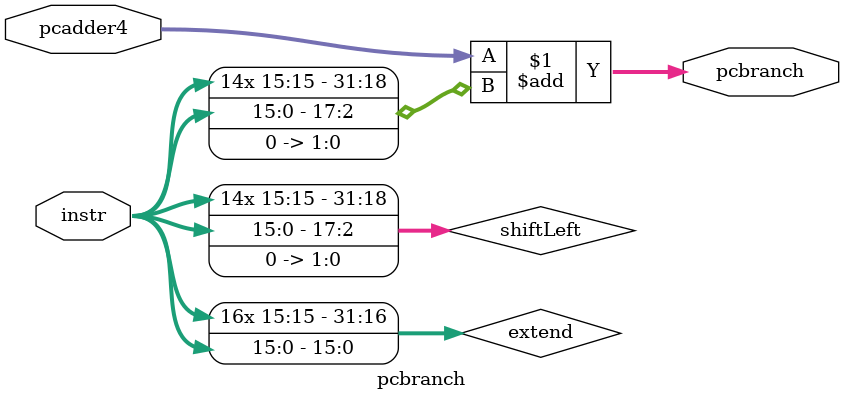
<source format=v>
module pcbranch #(
  parameter WIDTH = 32
)(
  input [15:0] instr,
  input [WIDTH-1:0] pcadder4,
  output [WIDTH-1:0] pcbranch
);

wire [WIDTH-1:0] extend, shiftLeft;

assign extend = {{16{instr[15]}}, instr};
assign shiftLeft = {extend[WIDTH-3:0], 2'b00};
assign pcbranch = pcadder4 + shiftLeft;

endmodule
</source>
